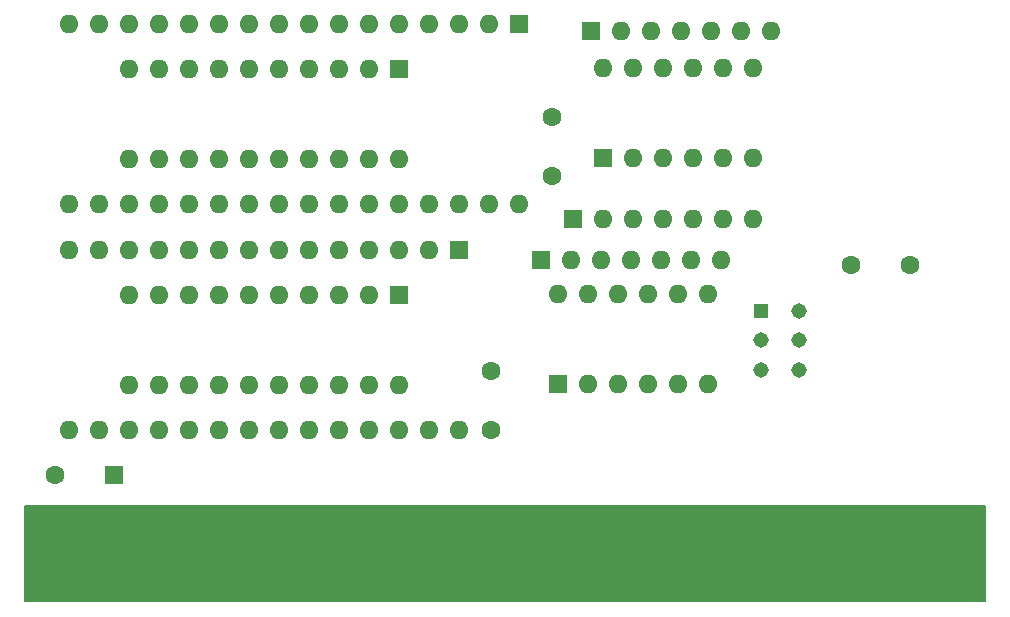
<source format=gts>
G04 #@! TF.GenerationSoftware,KiCad,Pcbnew,(5.1.6-0)*
G04 #@! TF.CreationDate,2020-08-14T20:43:53-05:00*
G04 #@! TF.ProjectId,DoubleROM-DOC,446f7562-6c65-4524-9f4d-2d444f432e6b,rev?*
G04 #@! TF.SameCoordinates,Original*
G04 #@! TF.FileFunction,Soldermask,Top*
G04 #@! TF.FilePolarity,Negative*
%FSLAX46Y46*%
G04 Gerber Fmt 4.6, Leading zero omitted, Abs format (unit mm)*
G04 Created by KiCad (PCBNEW (5.1.6-0)) date 2020-08-14 20:43:53*
%MOMM*%
%LPD*%
G01*
G04 APERTURE LIST*
%ADD10C,0.150000*%
%ADD11O,1.600000X1.600000*%
%ADD12R,1.600000X1.600000*%
%ADD13R,1.778000X7.620000*%
%ADD14C,1.600000*%
%ADD15C,1.308000*%
%ADD16R,1.308000X1.308000*%
G04 APERTURE END LIST*
D10*
G36*
X261710000Y-168016000D02*
G01*
X180410000Y-168016000D01*
X180410000Y-159916000D01*
X261710000Y-159916000D01*
X261710000Y-168016000D01*
G37*
X261710000Y-168016000D02*
X180410000Y-168016000D01*
X180410000Y-159916000D01*
X261710000Y-159916000D01*
X261710000Y-168016000D01*
D11*
X229322000Y-122829000D03*
X242022000Y-130449000D03*
X231862000Y-122829000D03*
X239482000Y-130449000D03*
X234402000Y-122829000D03*
X236942000Y-130449000D03*
X236942000Y-122829000D03*
X234402000Y-130449000D03*
X239482000Y-122829000D03*
X231862000Y-130449000D03*
X242022000Y-122829000D03*
D12*
X229322000Y-130449000D03*
D11*
X222250000Y-134360000D03*
X184150000Y-119120000D03*
X219710000Y-134360000D03*
X186690000Y-119120000D03*
X217170000Y-134360000D03*
X189230000Y-119120000D03*
X214630000Y-134360000D03*
X191770000Y-119120000D03*
X212090000Y-134360000D03*
X194310000Y-119120000D03*
X209550000Y-134360000D03*
X196850000Y-119120000D03*
X207010000Y-134360000D03*
X199390000Y-119120000D03*
X204470000Y-134360000D03*
X201930000Y-119120000D03*
X201930000Y-134360000D03*
X204470000Y-119120000D03*
X199390000Y-134360000D03*
X207010000Y-119120000D03*
X196850000Y-134360000D03*
X209550000Y-119120000D03*
X194310000Y-134360000D03*
X212090000Y-119120000D03*
X191770000Y-134360000D03*
X214630000Y-119120000D03*
X189230000Y-134360000D03*
X217170000Y-119120000D03*
X186690000Y-134360000D03*
X219710000Y-119120000D03*
X184150000Y-134360000D03*
D12*
X222250000Y-119120000D03*
D13*
X182950000Y-163908000D03*
X185490000Y-163908000D03*
X188030000Y-163908000D03*
X190570000Y-163908000D03*
X193110000Y-163908000D03*
X195650000Y-163908000D03*
X198190000Y-163908000D03*
X200730000Y-163908000D03*
X203270000Y-163908000D03*
X205810000Y-163908000D03*
X208350000Y-163908000D03*
X210890000Y-163908000D03*
X213430000Y-163908000D03*
X215970000Y-163908000D03*
X218510000Y-163908000D03*
X221050000Y-163908000D03*
X223590000Y-163908000D03*
X226130000Y-163908000D03*
X228670000Y-163908000D03*
X231210000Y-163908000D03*
X233750000Y-163908000D03*
X238830000Y-163908000D03*
X241370000Y-163908000D03*
X243910000Y-163908000D03*
X246450000Y-163908000D03*
X248990000Y-163908000D03*
X251530000Y-163908000D03*
X254070000Y-163908000D03*
X256610000Y-163908000D03*
D12*
X187960000Y-157353000D03*
D14*
X182960000Y-157353000D03*
X219837000Y-153543000D03*
X219837000Y-148543000D03*
X225070000Y-127020000D03*
X225070000Y-132020000D03*
D11*
X243580000Y-119700000D03*
X241040000Y-119700000D03*
X238500000Y-119700000D03*
X235960000Y-119700000D03*
X233420000Y-119700000D03*
X230880000Y-119700000D03*
D12*
X228340000Y-119700000D03*
X224070000Y-139110000D03*
D11*
X226610000Y-139110000D03*
X229150000Y-139110000D03*
X231690000Y-139110000D03*
X234230000Y-139110000D03*
X236770000Y-139110000D03*
X239310000Y-139110000D03*
D12*
X226770000Y-135620000D03*
D11*
X229310000Y-135620000D03*
X231850000Y-135620000D03*
X234390000Y-135620000D03*
X236930000Y-135620000D03*
X239470000Y-135620000D03*
X242010000Y-135620000D03*
D12*
X225552000Y-149606000D03*
D11*
X238252000Y-141986000D03*
X228092000Y-149606000D03*
X235712000Y-141986000D03*
X230632000Y-149606000D03*
X233172000Y-141986000D03*
X233172000Y-149606000D03*
X230632000Y-141986000D03*
X235712000Y-149606000D03*
X228092000Y-141986000D03*
X238252000Y-149606000D03*
X225552000Y-141986000D03*
D15*
X245948000Y-148423000D03*
X245948000Y-145923000D03*
X245948000Y-143423000D03*
X242748000Y-148423000D03*
X242748000Y-145923000D03*
D16*
X242748000Y-143423000D03*
D11*
X217170000Y-153543000D03*
X184150000Y-138303000D03*
X214630000Y-153543000D03*
X186690000Y-138303000D03*
X212090000Y-153543000D03*
X189230000Y-138303000D03*
X209550000Y-153543000D03*
X191770000Y-138303000D03*
X207010000Y-153543000D03*
X194310000Y-138303000D03*
X204470000Y-153543000D03*
X196850000Y-138303000D03*
X201930000Y-153543000D03*
X199390000Y-138303000D03*
X199390000Y-153543000D03*
X201930000Y-138303000D03*
X196850000Y-153543000D03*
X204470000Y-138303000D03*
X194310000Y-153543000D03*
X207010000Y-138303000D03*
X191770000Y-153543000D03*
X209550000Y-138303000D03*
X189230000Y-153543000D03*
X212090000Y-138303000D03*
X186690000Y-153543000D03*
X214630000Y-138303000D03*
X184150000Y-153543000D03*
D12*
X217170000Y-138303000D03*
D11*
X212090000Y-130556000D03*
X189230000Y-122936000D03*
X209550000Y-130556000D03*
X191770000Y-122936000D03*
X207010000Y-130556000D03*
X194310000Y-122936000D03*
X204470000Y-130556000D03*
X196850000Y-122936000D03*
X201930000Y-130556000D03*
X199390000Y-122936000D03*
X199390000Y-130556000D03*
X201930000Y-122936000D03*
X196850000Y-130556000D03*
X204470000Y-122936000D03*
X194310000Y-130556000D03*
X207010000Y-122936000D03*
X191770000Y-130556000D03*
X209550000Y-122936000D03*
X189230000Y-130556000D03*
D12*
X212090000Y-122936000D03*
X212090000Y-142113000D03*
D11*
X189230000Y-149733000D03*
X209550000Y-142113000D03*
X191770000Y-149733000D03*
X207010000Y-142113000D03*
X194310000Y-149733000D03*
X204470000Y-142113000D03*
X196850000Y-149733000D03*
X201930000Y-142113000D03*
X199390000Y-149733000D03*
X199390000Y-142113000D03*
X201930000Y-149733000D03*
X196850000Y-142113000D03*
X204470000Y-149733000D03*
X194310000Y-142113000D03*
X207010000Y-149733000D03*
X191770000Y-142113000D03*
X209550000Y-149733000D03*
X189230000Y-142113000D03*
X212090000Y-149733000D03*
D14*
X250317000Y-139573000D03*
X255317000Y-139573000D03*
M02*

</source>
